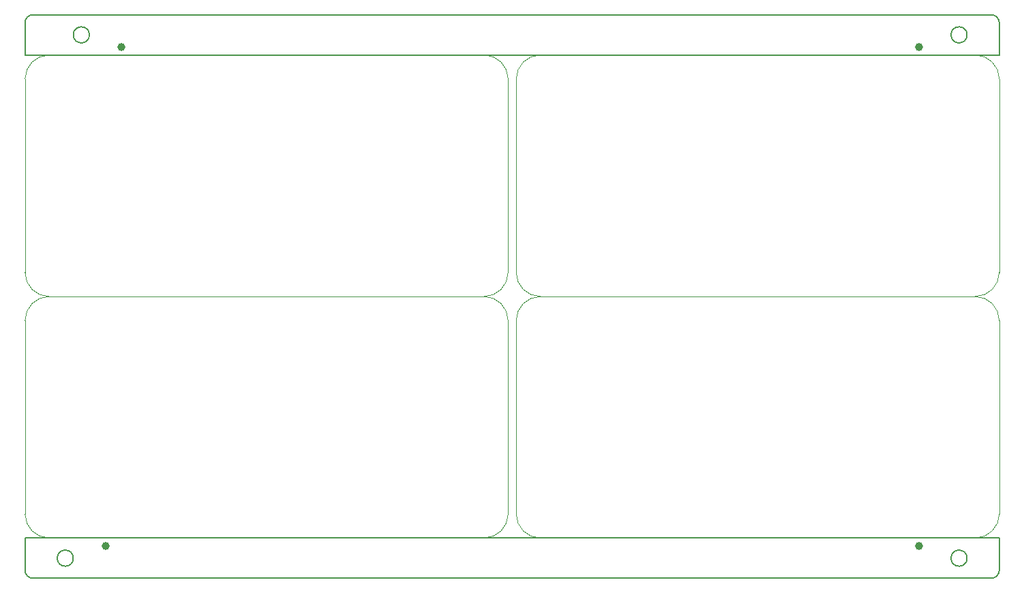
<source format=gbr>
%FSLAX25Y25*%
%MOIN*%
%ADD10C,0.006*%
%ADD11C,0.0393701*%
%ADD12C,0.00433*%
%IPPOS*%
G75*
G54D12*
X0Y11811D02*
G03X11811Y0I11811J0D01*
G01X224410D01*
G03X236221Y11811I-00000J11811D01*
G01Y106299D01*
G03X224410Y118110I-11811J-00000D01*
G01X11811D01*
G03X0Y106299I-00000J-11811D01*
G01Y11811D01*
Y129921D02*
G03X11811Y118110I11811J0D01*
G01X224410D01*
G03X236221Y129921I-00000J11811D01*
G01Y224409D01*
G03X224410Y236220I-11811J-00000D01*
G01X11811D01*
G03X0Y224409I-00000J-11811D01*
G01Y129921D01*
X240148Y11811D02*
G03X251959Y0I11811J0D01*
G01X464558D01*
G03X476369Y11811I-00000J11811D01*
G01Y106299D01*
G03X464558Y118110I-11811J-00000D01*
G01X251959D01*
G03X240148Y106299I-00000J-11811D01*
G01Y11811D01*
Y129921D02*
G03X251959Y118110I11811J0D01*
G01X464558D01*
G03X476369Y129921I-00000J11811D01*
G01Y224409D01*
G03X464558Y236220I-11811J-00000D01*
G01X251959D01*
G03X240148Y224409I-00000J-11811D01*
G01Y129921D01*
G54D10*
X476359Y251968D02*
G03X472422Y255905I-03937J0D01*
X3937D02*
G03X0Y251968I0J-03937D01*
Y236220D02*
G01X476359D01*
Y251968D01*
X472422Y255905D02*
X3937D01*
X0Y251968D02*
Y236220D01*
X31496Y246063D02*
G03I-03937J0D01*
X460611D02*
G03I-03937J0D01*
G54D11*
X47244Y240157D03*
X436989D03*
G54D10*
X0Y-15748D02*
G03X3937Y-19685I3937J0D01*
X472422D02*
G03X476359Y-15748I0J3937D01*
X3937Y-19685D02*
G01X472422D01*
X476359Y-15748D02*
Y0D01*
X0D01*
Y-15748D01*
X23622Y-09843D02*
G03I-03937J0D01*
X460611D02*
G03I-03937J0D01*
G54D11*
X39370Y-03937D03*
X436989D03*
M02*

</source>
